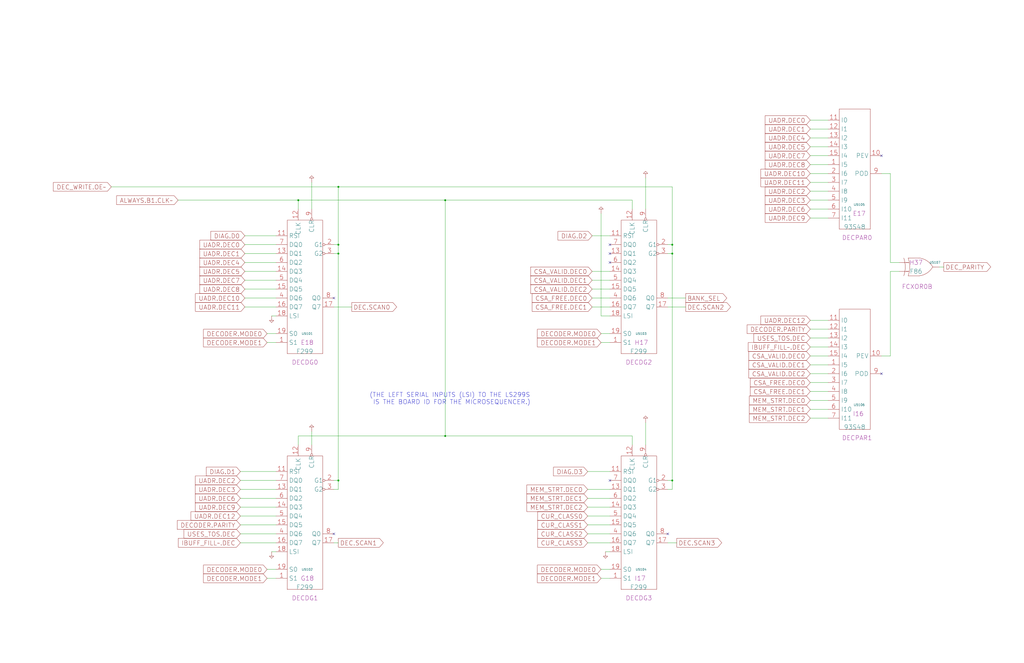
<source format=kicad_sch>
(kicad_sch (version 20250114) (generator "eeschema") (generator_version "9.0")
  (paper "User" 584.2 378.46)
  (title_block (title "DIAGNOSTIC DECODER INPUT") (date "22-MAY-90") (rev "1.0") (comment 1 "SEQUENCER") (comment 2 "232-003064") (comment 3 "S400") (comment 4 "RELEASED"))
  (lib_symbols
    (symbol "r1000:93S48" (pin_names (offset 1.016))
      (property "Reference" "U" (at 2.54 5.08 0))
      (property "Value" "93S48" (at -6.35 -7.62 0))
      (property "Location" "___" (at -1.27 0 0))
      (property "Name" "______" (at 1.27 -15.24 0))
      (symbol "93S48_1_1"
        (rectangle (start -8.89 59.69) (end 8.89 -8.89))
        (pin input line (at -15.24 53.34 0) (length 6.35) (name "I0") (number "11"))
        (pin input line (at -15.24 48.26 0) (length 6.35) (name "I1") (number "12"))
        (pin input line (at -15.24 43.18 0) (length 6.35) (name "I2") (number "13"))
        (pin input line (at -15.24 38.1 0) (length 6.35) (name "I3") (number "14"))
        (pin input line (at -15.24 33.02 0) (length 6.35) (name "I4") (number "15"))
        (pin input line (at -15.24 27.94 0) (length 6.35) (name "I5") (number "1"))
        (pin input line (at -15.24 22.86 0) (length 6.35) (name "I6") (number "2"))
        (pin input line (at -15.24 17.78 0) (length 6.35) (name "I7") (number "3"))
        (pin input line (at -15.24 12.7 0) (length 6.35) (name "I8") (number "4"))
        (pin input line (at -15.24 7.62 0) (length 6.35) (name "I9") (number "5"))
        (pin input line (at -15.24 2.54 0) (length 6.35) (name "I10") (number "6"))
        (pin input line (at -15.24 -2.54 0) (length 6.35) (name "I11") (number "7"))
        (pin output line (at 15.24 33.02 180) (length 6.35) (name "PEV") (number "10"))
        (pin output line (at 15.24 22.86 180) (length 6.35) (name "POD") (number "9"))
      )
    )
    (symbol "r1000:F299" (pin_names (offset 1.016))
      (property "Reference" "U" (at 2.54 5.08 0))
      (property "Value" "F299" (at -3.81 -5.08 0))
      (property "Location" "___" (at -1.27 0 0))
      (property "Name" "______" (at 1.27 -12.7 0))
      (symbol "F299_1_1"
        (rectangle (start -8.89 69.85) (end 11.43 -6.35))
        (circle (center 5.08 70.485) (radius 0.635))
        (circle (center 12.065 55.88) (radius 0.635))
        (circle (center 12.065 50.8) (radius 0.635))
        (pin input line (at -15.24 60.96 0) (length 6.35) (name "RSI") (number "11"))
        (pin bidirectional line (at -15.24 55.88 0) (length 6.35) (name "DQ0") (number "7"))
        (pin bidirectional line (at -15.24 50.8 0) (length 6.35) (name "DQ1") (number "13"))
        (pin bidirectional line (at -15.24 45.72 0) (length 6.35) (name "DQ2") (number "6"))
        (pin bidirectional line (at -15.24 40.64 0) (length 6.35) (name "DQ3") (number "14"))
        (pin bidirectional line (at -15.24 35.56 0) (length 6.35) (name "DQ4") (number "5"))
        (pin bidirectional line (at -15.24 30.48 0) (length 6.35) (name "DQ5") (number "15"))
        (pin bidirectional line (at -15.24 25.4 0) (length 6.35) (name "DQ6") (number "4"))
        (pin bidirectional line (at -15.24 20.32 0) (length 6.35) (name "DQ7") (number "16"))
        (pin input line (at -15.24 15.24 0) (length 6.35) (name "LSI") (number "18"))
        (pin input line (at -15.24 5.08 0) (length 6.35) (name "S0") (number "19"))
        (pin input line (at -15.24 0 0) (length 6.35) (name "S1") (number "1"))
        (pin input line (at -2.54 76.2 270) (length 6.35) (name "CLK") (number "12"))
        (pin input line (at 5.08 76.2 270) (length 5.08) (name "CLR") (number "9"))
        (pin input line (at 17.78 55.88 180) (length 5.08) (name "G1") (number "2"))
        (pin input line (at 17.78 50.8 180) (length 5.08) (name "G2") (number "3"))
        (pin output line (at 17.78 25.4 180) (length 6.35) (name "Q0") (number "8"))
        (pin output line (at 17.78 20.32 180) (length 6.35) (name "Q7") (number "17"))
      )
    )
    (symbol "r1000:F86" (pin_numbers (hide yes)) (pin_names (hide yes))
      (property "Reference" "U" (at 12.7 2.54 0))
      (property "Value" "F86" (at 1.905 -2.54 0))
      (property "Location" "___" (at 1.905 2.54 0))
      (property "Name" "______" (at 2.54 -12.7 0))
      (symbol "F86_0_0"
        (arc (start -5.0873 5.08) (mid -4.2626 0) (end -5.0873 -5.08) (stroke (width 0.1524)))
        (arc (start -2.5473 5.08) (mid -1.7226 0) (end -2.5473 -5.08) (stroke (width 0.1524)))
        (polyline (pts (xy -2.54 5.08) (xy 3.81 5.08)) (stroke (width 0.1524)))
        (polyline (pts (xy -2.54 -5.08) (xy 3.81 -5.08)) (stroke (width 0.1524)))
        (arc (start 11.43 0) (mid 8.2204 -3.4407) (end 3.81 -5.08) (stroke (width 0.1524)))
        (arc (start 3.81 5.08) (mid 8.2217 3.4425) (end 11.43 0) (stroke (width 0.1524)))
      )
      (symbol "F86_0_1"
        (polyline (pts (xy -3.81 2.54) (xy -1.905 2.54)) (stroke (width 0.1524)))
        (polyline (pts (xy -3.81 -2.54) (xy -1.905 -2.54)) (stroke (width 0.1524)))
        (polyline (pts (xy 12.7 0) (xy 11.43 0)) (stroke (width 0.1524)))
      )
      (symbol "F86_1_1"
        (pin input line (at -7.62 2.54 0) (length 5.08) (name "D0") (number "1"))
        (pin input line (at -7.62 -2.54 0) (length 5.08) (name "D1") (number "2"))
        (pin output line (at 15.24 0 180) (length 2.54) (name "Q") (number "3"))
      )
    )
    (symbol "r1000:PD" (power) (pin_numbers (hide yes)) (pin_names (hide yes)) (in_bom no)
      (symbol "PD_0_1"
        (polyline (pts (xy 0 -2.54) (xy 1.27 -2.54) (xy 0 -3.81) (xy -1.27 -2.54) (xy 0 -2.54)) (stroke (width 0.1524)))
      )
      (symbol "PD_1_1"
        (pin power_in line (at 0 0 270) (length 2.54) (name "PD") (number "1"))
      )
    )
    (symbol "r1000:PU" (power) (pin_numbers (hide yes)) (pin_names (hide yes))
      (symbol "PU_0_1"
        (polyline (pts (xy 0 2.54) (xy -1.27 2.54) (xy 0 3.81) (xy 1.27 2.54) (xy 0 2.54)) (stroke (width 0.1524)))
      )
      (symbol "PU_1_1"
        (pin power_in line (at 0 0 90) (length 2.54) (name "PU") (number "1"))
      )
    )
  )
  (text "(THE LEFT SERIAL INPUTS (LSI) TO THE LS299S\n IS THE BOARD ID FOR THE MICROSEQUENCER.)" (at 210.82 231.14 0) (effects (font (size 2.54 2.54)) (justify left bottom)))
  (junction (at 383.54 139.7))
  (junction (at 170.18 114.3))
  (junction (at 193.04 106.68))
  (junction (at 193.04 274.32))
  (junction (at 193.04 139.7))
  (junction (at 254 114.3))
  (junction (at 254 248.92))
  (junction (at 193.04 144.78))
  (junction (at 383.54 274.32))
  (junction (at 383.54 144.78))
  (no_connect (at 347.98 144.78))
  (no_connect (at 381 304.8))
  (no_connect (at 502.92 88.9))
  (no_connect (at 190.5 170.18))
  (no_connect (at 347.98 149.86))
  (no_connect (at 347.98 274.32))
  (no_connect (at 347.98 139.7))
  (no_connect (at 190.5 304.8))
  (no_connect (at 502.92 213.36))
  (wire (pts (xy 154.94 314.96) (xy 157.48 314.96)))
  (wire (pts (xy 462.28 114.3) (xy 472.44 114.3)))
  (wire (pts (xy 139.7 165.1) (xy 157.48 165.1)))
  (wire (pts (xy 462.28 124.46) (xy 472.44 124.46)))
  (wire (pts (xy 381 309.88) (xy 386.08 309.88)))
  (wire (pts (xy 342.9 121.92) (xy 342.9 180.34)))
  (wire (pts (xy 193.04 279.4) (xy 190.5 279.4)))
  (wire (pts (xy 335.28 269.24) (xy 347.98 269.24)))
  (wire (pts (xy 342.9 330.2) (xy 347.98 330.2)))
  (wire (pts (xy 508 203.2) (xy 508 154.94)))
  (wire (pts (xy 462.28 88.9) (xy 472.44 88.9)))
  (wire (pts (xy 154.94 180.34) (xy 157.48 180.34)))
  (wire (pts (xy 502.92 99.06) (xy 508 99.06)))
  (wire (pts (xy 383.54 139.7) (xy 383.54 106.68)))
  (wire (pts (xy 139.7 144.78) (xy 157.48 144.78)))
  (wire (pts (xy 193.04 106.68) (xy 193.04 139.7)))
  (wire (pts (xy 462.28 104.14) (xy 472.44 104.14)))
  (wire (pts (xy 139.7 154.94) (xy 157.48 154.94)))
  (wire (pts (xy 383.54 144.78) (xy 383.54 139.7)))
  (wire (pts (xy 337.82 134.62) (xy 347.98 134.62)))
  (wire (pts (xy 137.16 269.24) (xy 157.48 269.24)))
  (wire (pts (xy 462.28 78.74) (xy 472.44 78.74)))
  (wire (pts (xy 462.28 83.82) (xy 472.44 83.82)))
  (wire (pts (xy 508 154.94) (xy 513.08 154.94)))
  (wire (pts (xy 254 114.3) (xy 254 248.92)))
  (wire (pts (xy 190.5 144.78) (xy 193.04 144.78)))
  (wire (pts (xy 193.04 144.78) (xy 193.04 274.32)))
  (wire (pts (xy 462.28 228.6) (xy 472.44 228.6)))
  (wire (pts (xy 335.28 279.4) (xy 347.98 279.4)))
  (wire (pts (xy 170.18 114.3) (xy 254 114.3)))
  (wire (pts (xy 335.28 294.64) (xy 347.98 294.64)))
  (wire (pts (xy 337.82 154.94) (xy 347.98 154.94)))
  (wire (pts (xy 337.82 160.02) (xy 347.98 160.02)))
  (wire (pts (xy 535.94 152.4) (xy 538.48 152.4)))
  (wire (pts (xy 170.18 254) (xy 170.18 248.92)))
  (wire (pts (xy 342.9 195.58) (xy 347.98 195.58)))
  (wire (pts (xy 139.7 170.18) (xy 157.48 170.18)))
  (wire (pts (xy 347.98 180.34) (xy 342.9 180.34)))
  (wire (pts (xy 462.28 187.96) (xy 472.44 187.96)))
  (wire (pts (xy 342.9 325.12) (xy 347.98 325.12)))
  (wire (pts (xy 137.16 309.88) (xy 157.48 309.88)))
  (wire (pts (xy 335.28 284.48) (xy 347.98 284.48)))
  (wire (pts (xy 152.4 325.12) (xy 157.48 325.12)))
  (wire (pts (xy 335.28 309.88) (xy 347.98 309.88)))
  (wire (pts (xy 508 149.86) (xy 513.08 149.86)))
  (wire (pts (xy 462.28 213.36) (xy 472.44 213.36)))
  (wire (pts (xy 381 175.26) (xy 391.16 175.26)))
  (wire (pts (xy 101.6 114.3) (xy 170.18 114.3)))
  (wire (pts (xy 139.7 134.62) (xy 157.48 134.62)))
  (wire (pts (xy 342.9 190.5) (xy 347.98 190.5)))
  (wire (pts (xy 462.28 73.66) (xy 472.44 73.66)))
  (wire (pts (xy 190.5 274.32) (xy 193.04 274.32)))
  (wire (pts (xy 193.04 106.68) (xy 383.54 106.68)))
  (wire (pts (xy 381 144.78) (xy 383.54 144.78)))
  (wire (pts (xy 137.16 299.72) (xy 157.48 299.72)))
  (wire (pts (xy 254 114.3) (xy 360.68 114.3)))
  (wire (pts (xy 137.16 294.64) (xy 157.48 294.64)))
  (wire (pts (xy 462.28 198.12) (xy 472.44 198.12)))
  (wire (pts (xy 508 99.06) (xy 508 149.86)))
  (wire (pts (xy 137.16 274.32) (xy 157.48 274.32)))
  (wire (pts (xy 177.8 246.38) (xy 177.8 254)))
  (wire (pts (xy 502.92 203.2) (xy 508 203.2)))
  (wire (pts (xy 462.28 93.98) (xy 472.44 93.98)))
  (wire (pts (xy 193.04 139.7) (xy 193.04 144.78)))
  (wire (pts (xy 462.28 182.88) (xy 472.44 182.88)))
  (wire (pts (xy 335.28 289.56) (xy 347.98 289.56)))
  (wire (pts (xy 337.82 175.26) (xy 347.98 175.26)))
  (wire (pts (xy 360.68 248.92) (xy 360.68 254)))
  (wire (pts (xy 462.28 218.44) (xy 472.44 218.44)))
  (wire (pts (xy 462.28 208.28) (xy 472.44 208.28)))
  (wire (pts (xy 462.28 68.58) (xy 472.44 68.58)))
  (wire (pts (xy 137.16 279.4) (xy 157.48 279.4)))
  (wire (pts (xy 190.5 175.26) (xy 200.66 175.26)))
  (wire (pts (xy 462.28 238.76) (xy 472.44 238.76)))
  (wire (pts (xy 139.7 160.02) (xy 157.48 160.02)))
  (wire (pts (xy 381 139.7) (xy 383.54 139.7)))
  (wire (pts (xy 193.04 274.32) (xy 193.04 279.4)))
  (wire (pts (xy 462.28 99.06) (xy 472.44 99.06)))
  (wire (pts (xy 462.28 223.52) (xy 472.44 223.52)))
  (wire (pts (xy 139.7 175.26) (xy 157.48 175.26)))
  (wire (pts (xy 137.16 304.8) (xy 157.48 304.8)))
  (wire (pts (xy 137.16 284.48) (xy 157.48 284.48)))
  (wire (pts (xy 337.82 165.1) (xy 347.98 165.1)))
  (wire (pts (xy 368.3 241.3) (xy 368.3 254)))
  (wire (pts (xy 139.7 149.86) (xy 157.48 149.86)))
  (wire (pts (xy 335.28 299.72) (xy 347.98 299.72)))
  (wire (pts (xy 462.28 119.38) (xy 472.44 119.38)))
  (wire (pts (xy 152.4 330.2) (xy 157.48 330.2)))
  (wire (pts (xy 383.54 274.32) (xy 383.54 144.78)))
  (wire (pts (xy 381 170.18) (xy 391.16 170.18)))
  (wire (pts (xy 152.4 190.5) (xy 157.48 190.5)))
  (wire (pts (xy 368.3 101.6) (xy 368.3 119.38)))
  (wire (pts (xy 190.5 139.7) (xy 193.04 139.7)))
  (wire (pts (xy 381 279.4) (xy 383.54 279.4)))
  (wire (pts (xy 337.82 170.18) (xy 347.98 170.18)))
  (wire (pts (xy 137.16 289.56) (xy 157.48 289.56)))
  (wire (pts (xy 462.28 233.68) (xy 472.44 233.68)))
  (wire (pts (xy 345.44 314.96) (xy 347.98 314.96)))
  (wire (pts (xy 462.28 203.2) (xy 472.44 203.2)))
  (wire (pts (xy 190.5 309.88) (xy 193.04 309.88)))
  (wire (pts (xy 462.28 109.22) (xy 472.44 109.22)))
  (wire (pts (xy 381 274.32) (xy 383.54 274.32)))
  (wire (pts (xy 177.8 104.14) (xy 177.8 119.38)))
  (wire (pts (xy 360.68 119.38) (xy 360.68 114.3)))
  (wire (pts (xy 383.54 279.4) (xy 383.54 274.32)))
  (wire (pts (xy 152.4 195.58) (xy 157.48 195.58)))
  (wire (pts (xy 170.18 248.92) (xy 254 248.92)))
  (wire (pts (xy 254 248.92) (xy 360.68 248.92)))
  (wire (pts (xy 335.28 304.8) (xy 347.98 304.8)))
  (wire (pts (xy 462.28 193.04) (xy 472.44 193.04)))
  (wire (pts (xy 63.5 106.68) (xy 193.04 106.68)))
  (wire (pts (xy 170.18 114.3) (xy 170.18 119.38)))
  (wire (pts (xy 139.7 139.7) (xy 157.48 139.7)))
  (global_label "DECODER.MODE0" (shape input) (at 152.4 190.5 180) (effects (font (size 2.54 2.54))) (property "Intersheetrefs" "${INTERSHEET_REFS}" (at 116.1264 190.3413 0) (effects (font (size 1.905 1.905)) (justify right))))
  (global_label "ALWAYS.B1.CLK~" (shape input) (at 101.6 114.3 180) (effects (font (size 2.54 2.54))) (property "Intersheetrefs" "${INTERSHEET_REFS}" (at 66.5359 114.1413 0) (effects (font (size 1.905 1.905)) (justify right))))
  (global_label "UADR.DEC1" (shape input) (at 462.28 73.66 180) (effects (font (size 2.54 2.54))) (property "Intersheetrefs" "${INTERSHEET_REFS}" (at 436.5292 73.5013 0) (effects (font (size 1.905 1.905)) (justify right))))
  (global_label "UADR.DEC12" (shape input) (at 462.28 182.88 180) (effects (font (size 2.54 2.54))) (property "Intersheetrefs" "${INTERSHEET_REFS}" (at 434.1102 182.7213 0) (effects (font (size 1.905 1.905)) (justify right))))
  (global_label "DEC.SCAN0" (shape output) (at 200.66 175.26 0) (effects (font (size 2.54 2.54))) (property "Intersheetrefs" "${INTERSHEET_REFS}" (at 226.2898 175.1013 0) (effects (font (size 1.905 1.905)) (justify left))))
  (global_label "UADR.DEC5" (shape input) (at 462.28 83.82 180) (effects (font (size 2.54 2.54))) (property "Intersheetrefs" "${INTERSHEET_REFS}" (at 436.5292 83.6613 0) (effects (font (size 1.905 1.905)) (justify right))))
  (global_label "DEC_PARITY" (shape output) (at 538.48 152.4 0) (effects (font (size 2.54 2.54))) (property "Intersheetrefs" "${INTERSHEET_REFS}" (at 565.1984 152.2413 0) (effects (font (size 1.905 1.905)) (justify left))))
  (global_label "UADR.DEC3" (shape input) (at 137.16 279.4 180) (effects (font (size 2.54 2.54))) (property "Intersheetrefs" "${INTERSHEET_REFS}" (at 111.4092 279.2413 0) (effects (font (size 1.905 1.905)) (justify right))))
  (global_label "CUR_CLASS1" (shape input) (at 335.28 299.72 180) (effects (font (size 2.54 2.54))) (property "Intersheetrefs" "${INTERSHEET_REFS}" (at 306.7473 299.5613 0) (effects (font (size 1.905 1.905)) (justify right))))
  (global_label "UADR.DEC10" (shape input) (at 139.7 170.18 180) (effects (font (size 2.54 2.54))) (property "Intersheetrefs" "${INTERSHEET_REFS}" (at 113.9492 170.0213 0) (effects (font (size 1.905 1.905)) (justify right))))
  (global_label "DEC.SCAN1" (shape output) (at 193.04 309.88 0) (effects (font (size 2.54 2.54))) (property "Intersheetrefs" "${INTERSHEET_REFS}" (at 218.6698 309.7213 0) (effects (font (size 1.905 1.905)) (justify left))))
  (global_label "CSA_VALID.DEC0" (shape input) (at 337.82 154.94 180) (effects (font (size 2.54 2.54))) (property "Intersheetrefs" "${INTERSHEET_REFS}" (at 302.7559 154.7813 0) (effects (font (size 1.905 1.905)) (justify right))))
  (global_label "DEC_WRITE.OE~" (shape input) (at 63.5 106.68 180) (effects (font (size 2.54 2.54))) (property "Intersheetrefs" "${INTERSHEET_REFS}" (at 30.4921 106.5213 0) (effects (font (size 1.905 1.905)) (justify right))))
  (global_label "USES_TOS.DEC" (shape input) (at 137.16 304.8 180) (effects (font (size 2.54 2.54))) (property "Intersheetrefs" "${INTERSHEET_REFS}" (at 104.9988 304.6413 0) (effects (font (size 1.905 1.905)) (justify right))))
  (global_label "DECODER.PARITY" (shape input) (at 137.16 299.72 180) (effects (font (size 2.54 2.54))) (property "Intersheetrefs" "${INTERSHEET_REFS}" (at 101.1283 299.5613 0) (effects (font (size 1.905 1.905)) (justify right))))
  (global_label "CSA_FREE.DEC0" (shape input) (at 337.82 170.18 180) (effects (font (size 2.54 2.54))) (property "Intersheetrefs" "${INTERSHEET_REFS}" (at 303.6026 170.0213 0) (effects (font (size 1.905 1.905)) (justify right))))
  (global_label "CUR_CLASS0" (shape input) (at 335.28 294.64 180) (effects (font (size 2.54 2.54))) (property "Intersheetrefs" "${INTERSHEET_REFS}" (at 306.7473 294.4813 0) (effects (font (size 1.905 1.905)) (justify right))))
  (global_label "DECODER.MODE1" (shape input) (at 152.4 195.58 180) (effects (font (size 2.54 2.54))) (property "Intersheetrefs" "${INTERSHEET_REFS}" (at 116.1264 195.4213 0) (effects (font (size 1.905 1.905)) (justify right))))
  (global_label "DECODER.MODE0" (shape input) (at 342.9 190.5 180) (effects (font (size 2.54 2.54))) (property "Intersheetrefs" "${INTERSHEET_REFS}" (at 306.6264 190.3413 0) (effects (font (size 1.905 1.905)) (justify right))))
  (global_label "UADR.DEC4" (shape input) (at 139.7 149.86 180) (effects (font (size 2.54 2.54))) (property "Intersheetrefs" "${INTERSHEET_REFS}" (at 113.9492 149.7013 0) (effects (font (size 1.905 1.905)) (justify right))))
  (global_label "UADR.DEC0" (shape input) (at 462.28 68.58 180) (effects (font (size 2.54 2.54))) (property "Intersheetrefs" "${INTERSHEET_REFS}" (at 436.5292 68.4213 0) (effects (font (size 1.905 1.905)) (justify right))))
  (global_label "UADR.DEC1" (shape input) (at 139.7 144.78 180) (effects (font (size 2.54 2.54))) (property "Intersheetrefs" "${INTERSHEET_REFS}" (at 113.9492 144.6213 0) (effects (font (size 1.905 1.905)) (justify right))))
  (global_label "UADR.DEC2" (shape input) (at 137.16 274.32 180) (effects (font (size 2.54 2.54))) (property "Intersheetrefs" "${INTERSHEET_REFS}" (at 111.4092 274.1613 0) (effects (font (size 1.905 1.905)) (justify right))))
  (global_label "UADR.DEC8" (shape input) (at 139.7 165.1 180) (effects (font (size 2.54 2.54))) (property "Intersheetrefs" "${INTERSHEET_REFS}" (at 113.9492 164.9413 0) (effects (font (size 1.905 1.905)) (justify right))))
  (global_label "UADR.DEC5" (shape input) (at 139.7 154.94 180) (effects (font (size 2.54 2.54))) (property "Intersheetrefs" "${INTERSHEET_REFS}" (at 113.9492 154.7813 0) (effects (font (size 1.905 1.905)) (justify right))))
  (global_label "DIAG.D1" (shape input) (at 137.16 269.24 180) (effects (font (size 2.54 2.54))) (property "Intersheetrefs" "${INTERSHEET_REFS}" (at 117.6988 269.0813 0) (effects (font (size 1.905 1.905)) (justify right))))
  (global_label "UADR.DEC12" (shape input) (at 137.16 294.64 180) (effects (font (size 2.54 2.54))) (property "Intersheetrefs" "${INTERSHEET_REFS}" (at 108.9902 294.4813 0) (effects (font (size 1.905 1.905)) (justify right))))
  (global_label "CSA_VALID.DEC0" (shape input) (at 462.28 203.2 180) (effects (font (size 2.54 2.54))) (property "Intersheetrefs" "${INTERSHEET_REFS}" (at 427.2159 203.0413 0) (effects (font (size 1.905 1.905)) (justify right))))
  (global_label "CSA_VALID.DEC1" (shape input) (at 462.28 208.28 180) (effects (font (size 2.54 2.54))) (property "Intersheetrefs" "${INTERSHEET_REFS}" (at 427.2159 208.1213 0) (effects (font (size 1.905 1.905)) (justify right))))
  (global_label "MEM_STRT.DEC0" (shape input) (at 335.28 279.4 180) (effects (font (size 2.54 2.54))) (property "Intersheetrefs" "${INTERSHEET_REFS}" (at 300.5788 279.2413 0) (effects (font (size 1.905 1.905)) (justify right))))
  (global_label "CSA_VALID.DEC2" (shape input) (at 462.28 213.36 180) (effects (font (size 2.54 2.54))) (property "Intersheetrefs" "${INTERSHEET_REFS}" (at 427.2159 213.2013 0) (effects (font (size 1.905 1.905)) (justify right))))
  (global_label "BANK_SEL" (shape output) (at 391.16 170.18 0) (effects (font (size 2.54 2.54))) (property "Intersheetrefs" "${INTERSHEET_REFS}" (at 414.6127 170.0213 0) (effects (font (size 1.905 1.905)) (justify left))))
  (global_label "CSA_VALID.DEC2" (shape input) (at 337.82 165.1 180) (effects (font (size 2.54 2.54))) (property "Intersheetrefs" "${INTERSHEET_REFS}" (at 302.7559 164.9413 0) (effects (font (size 1.905 1.905)) (justify right))))
  (global_label "DIAG.D0" (shape input) (at 139.7 134.62 180) (effects (font (size 2.54 2.54))) (property "Intersheetrefs" "${INTERSHEET_REFS}" (at 120.2388 134.4613 0) (effects (font (size 1.905 1.905)) (justify right))))
  (global_label "UADR.DEC3" (shape input) (at 462.28 114.3 180) (effects (font (size 2.54 2.54))) (property "Intersheetrefs" "${INTERSHEET_REFS}" (at 436.5292 114.1413 0) (effects (font (size 1.905 1.905)) (justify right))))
  (global_label "DECODER.MODE0" (shape input) (at 342.9 325.12 180) (effects (font (size 2.54 2.54))) (property "Intersheetrefs" "${INTERSHEET_REFS}" (at 306.6264 324.9613 0) (effects (font (size 1.905 1.905)) (justify right))))
  (global_label "DIAG.D2" (shape input) (at 337.82 134.62 180) (effects (font (size 2.54 2.54))) (property "Intersheetrefs" "${INTERSHEET_REFS}" (at 318.3588 134.4613 0) (effects (font (size 1.905 1.905)) (justify right))))
  (global_label "UADR.DEC6" (shape input) (at 137.16 284.48 180) (effects (font (size 2.54 2.54))) (property "Intersheetrefs" "${INTERSHEET_REFS}" (at 111.4092 284.3213 0) (effects (font (size 1.905 1.905)) (justify right))))
  (global_label "DECODER.PARITY" (shape input) (at 462.28 187.96 180) (effects (font (size 2.54 2.54))) (property "Intersheetrefs" "${INTERSHEET_REFS}" (at 426.2483 187.8013 0) (effects (font (size 1.905 1.905)) (justify right))))
  (global_label "MEM_STRT.DEC1" (shape input) (at 462.28 233.68 180) (effects (font (size 2.54 2.54))) (property "Intersheetrefs" "${INTERSHEET_REFS}" (at 427.5788 233.5213 0) (effects (font (size 1.905 1.905)) (justify right))))
  (global_label "UADR.DEC0" (shape input) (at 139.7 139.7 180) (effects (font (size 2.54 2.54))) (property "Intersheetrefs" "${INTERSHEET_REFS}" (at 113.9492 139.5413 0) (effects (font (size 1.905 1.905)) (justify right))))
  (global_label "DEC.SCAN3" (shape output) (at 386.08 309.88 0) (effects (font (size 2.54 2.54))) (property "Intersheetrefs" "${INTERSHEET_REFS}" (at 411.7098 309.7213 0) (effects (font (size 1.905 1.905)) (justify left))))
  (global_label "UADR.DEC8" (shape input) (at 462.28 93.98 180) (effects (font (size 2.54 2.54))) (property "Intersheetrefs" "${INTERSHEET_REFS}" (at 436.5292 93.8213 0) (effects (font (size 1.905 1.905)) (justify right))))
  (global_label "DECODER.MODE1" (shape input) (at 342.9 195.58 180) (effects (font (size 2.54 2.54))) (property "Intersheetrefs" "${INTERSHEET_REFS}" (at 306.6264 195.4213 0) (effects (font (size 1.905 1.905)) (justify right))))
  (global_label "MEM_STRT.DEC0" (shape input) (at 462.28 228.6 180) (effects (font (size 2.54 2.54))) (property "Intersheetrefs" "${INTERSHEET_REFS}" (at 427.5788 228.4413 0) (effects (font (size 1.905 1.905)) (justify right))))
  (global_label "UADR.DEC2" (shape input) (at 462.28 109.22 180) (effects (font (size 2.54 2.54))) (property "Intersheetrefs" "${INTERSHEET_REFS}" (at 436.5292 109.0613 0) (effects (font (size 1.905 1.905)) (justify right))))
  (global_label "UADR.DEC11" (shape input) (at 462.28 104.14 180) (effects (font (size 2.54 2.54))) (property "Intersheetrefs" "${INTERSHEET_REFS}" (at 436.5292 103.9813 0) (effects (font (size 1.905 1.905)) (justify right))))
  (global_label "USES_TOS.DEC" (shape input) (at 462.28 193.04 180) (effects (font (size 2.54 2.54))) (property "Intersheetrefs" "${INTERSHEET_REFS}" (at 430.1188 192.8813 0) (effects (font (size 1.905 1.905)) (justify right))))
  (global_label "UADR.DEC6" (shape input) (at 462.28 119.38 180) (effects (font (size 2.54 2.54))) (property "Intersheetrefs" "${INTERSHEET_REFS}" (at 436.5292 119.2213 0) (effects (font (size 1.905 1.905)) (justify right))))
  (global_label "UADR.DEC4" (shape input) (at 462.28 78.74 180) (effects (font (size 2.54 2.54))) (property "Intersheetrefs" "${INTERSHEET_REFS}" (at 436.5292 78.5813 0) (effects (font (size 1.905 1.905)) (justify right))))
  (global_label "CSA_VALID.DEC1" (shape input) (at 337.82 160.02 180) (effects (font (size 2.54 2.54))) (property "Intersheetrefs" "${INTERSHEET_REFS}" (at 302.7559 159.8613 0) (effects (font (size 1.905 1.905)) (justify right))))
  (global_label "UADR.DEC7" (shape input) (at 139.7 160.02 180) (effects (font (size 2.54 2.54))) (property "Intersheetrefs" "${INTERSHEET_REFS}" (at 113.9492 159.8613 0) (effects (font (size 1.905 1.905)) (justify right))))
  (global_label "CSA_FREE.DEC1" (shape input) (at 462.28 223.52 180) (effects (font (size 2.54 2.54))) (property "Intersheetrefs" "${INTERSHEET_REFS}" (at 428.0626 223.3613 0) (effects (font (size 1.905 1.905)) (justify right))))
  (global_label "CSA_FREE.DEC0" (shape input) (at 462.28 218.44 180) (effects (font (size 2.54 2.54))) (property "Intersheetrefs" "${INTERSHEET_REFS}" (at 428.0626 218.2813 0) (effects (font (size 1.905 1.905)) (justify right))))
  (global_label "DEC.SCAN2" (shape output) (at 391.16 175.26 0) (effects (font (size 2.54 2.54))) (property "Intersheetrefs" "${INTERSHEET_REFS}" (at 416.7898 175.1013 0) (effects (font (size 1.905 1.905)) (justify left))))
  (global_label "UADR.DEC10" (shape input) (at 462.28 99.06 180) (effects (font (size 2.54 2.54))) (property "Intersheetrefs" "${INTERSHEET_REFS}" (at 436.5292 98.9013 0) (effects (font (size 1.905 1.905)) (justify right))))
  (global_label "MEM_STRT.DEC1" (shape input) (at 335.28 284.48 180) (effects (font (size 2.54 2.54))) (property "Intersheetrefs" "${INTERSHEET_REFS}" (at 300.5788 284.3213 0) (effects (font (size 1.905 1.905)) (justify right))))
  (global_label "IBUFF_FILL~.DEC" (shape input) (at 462.28 198.12 180) (effects (font (size 2.54 2.54))) (property "Intersheetrefs" "${INTERSHEET_REFS}" (at 426.853 197.9613 0) (effects (font (size 1.905 1.905)) (justify right))))
  (global_label "UADR.DEC9" (shape input) (at 137.16 289.56 180) (effects (font (size 2.54 2.54))) (property "Intersheetrefs" "${INTERSHEET_REFS}" (at 111.4092 289.4013 0) (effects (font (size 1.905 1.905)) (justify right))))
  (global_label "UADR.DEC9" (shape input) (at 462.28 124.46 180) (effects (font (size 2.54 2.54))) (property "Intersheetrefs" "${INTERSHEET_REFS}" (at 436.5292 124.3013 0) (effects (font (size 1.905 1.905)) (justify right))))
  (global_label "DECODER.MODE1" (shape input) (at 152.4 330.2 180) (effects (font (size 2.54 2.54))) (property "Intersheetrefs" "${INTERSHEET_REFS}" (at 116.1264 330.0413 0) (effects (font (size 1.905 1.905)) (justify right))))
  (global_label "CSA_FREE.DEC1" (shape input) (at 337.82 175.26 180) (effects (font (size 2.54 2.54))) (property "Intersheetrefs" "${INTERSHEET_REFS}" (at 303.6026 175.1013 0) (effects (font (size 1.905 1.905)) (justify right))))
  (global_label "MEM_STRT.DEC2" (shape input) (at 462.28 238.76 180) (effects (font (size 2.54 2.54))) (property "Intersheetrefs" "${INTERSHEET_REFS}" (at 427.5788 238.6013 0) (effects (font (size 1.905 1.905)) (justify right))))
  (global_label "UADR.DEC7" (shape input) (at 462.28 88.9 180) (effects (font (size 2.54 2.54))) (property "Intersheetrefs" "${INTERSHEET_REFS}" (at 436.5292 88.7413 0) (effects (font (size 1.905 1.905)) (justify right))))
  (global_label "DECODER.MODE0" (shape input) (at 152.4 325.12 180) (effects (font (size 2.54 2.54))) (property "Intersheetrefs" "${INTERSHEET_REFS}" (at 116.1264 324.9613 0) (effects (font (size 1.905 1.905)) (justify right))))
  (global_label "IBUFF_FILL~.DEC" (shape input) (at 137.16 309.88 180) (effects (font (size 2.54 2.54))) (property "Intersheetrefs" "${INTERSHEET_REFS}" (at 101.733 309.7213 0) (effects (font (size 1.905 1.905)) (justify right))))
  (global_label "MEM_STRT.DEC2" (shape input) (at 335.28 289.56 180) (effects (font (size 2.54 2.54))) (property "Intersheetrefs" "${INTERSHEET_REFS}" (at 300.5788 289.4013 0) (effects (font (size 1.905 1.905)) (justify right))))
  (global_label "CUR_CLASS3" (shape input) (at 335.28 309.88 180) (effects (font (size 2.54 2.54))) (property "Intersheetrefs" "${INTERSHEET_REFS}" (at 306.7473 309.7213 0) (effects (font (size 1.905 1.905)) (justify right))))
  (global_label "DECODER.MODE1" (shape input) (at 342.9 330.2 180) (effects (font (size 2.54 2.54))) (property "Intersheetrefs" "${INTERSHEET_REFS}" (at 306.6264 330.0413 0) (effects (font (size 1.905 1.905)) (justify right))))
  (global_label "UADR.DEC11" (shape input) (at 139.7 175.26 180) (effects (font (size 2.54 2.54))) (property "Intersheetrefs" "${INTERSHEET_REFS}" (at 113.9492 175.1013 0) (effects (font (size 1.905 1.905)) (justify right))))
  (global_label "DIAG.D3" (shape input) (at 335.28 269.24 180) (effects (font (size 2.54 2.54))) (property "Intersheetrefs" "${INTERSHEET_REFS}" (at 315.8188 269.0813 0) (effects (font (size 1.905 1.905)) (justify right))))
  (global_label "CUR_CLASS2" (shape input) (at 335.28 304.8 180) (effects (font (size 2.54 2.54))) (property "Intersheetrefs" "${INTERSHEET_REFS}" (at 306.7473 304.6413 0) (effects (font (size 1.905 1.905)) (justify right))))
  (symbol (lib_id "r1000:F86") (at 520.7 152.4 0) (unit 1)
    (property "Reference" "U5107" (at 533.4 149.86 0))
    (property "Value" "F86" (at 522.605 154.94 0) (effects (font (size 2.54 2.54))))
    (property "Location" "H37" (at 522.605 149.86 0) (effects (font (size 2.54 2.54))))
    (property "Name" "FCXOR0B" (at 523.24 165.1 0) (effects (font (size 2.54 2.54)) (justify bottom)))
  )
  (symbol (lib_id "r1000:PD") (at 345.44 314.96 0) (unit 1) (in_bom no)
    (property "Reference" "#PWR05105" (effects (hide yes)))
    (property "Value" "PD" (effects (hide yes)))
  )
  (symbol (lib_id "r1000:PD") (at 154.94 314.96 0) (unit 1) (in_bom no)
    (property "Reference" "#PWR0120" (effects (hide yes)))
    (property "Value" "PD" (effects (hide yes)))
  )
  (symbol (lib_id "r1000:F299") (at 363.22 330.2 0) (unit 1)
    (property "Reference" "U5104" (at 365.76 325.12 0))
    (property "Value" "F299" (at 359.41 335.28 0) (effects (font (size 2.54 2.54)) (justify left)))
    (property "Location" "I17" (at 361.95 330.2 0) (effects (font (size 2.54 2.54)) (justify left)))
    (property "Name" "DECDG3" (at 364.49 342.9 0) (effects (font (size 2.54 2.54)) (justify bottom)))
  )
  (symbol (lib_id "r1000:F299") (at 363.22 195.58 0) (unit 1)
    (property "Reference" "U5103" (at 365.76 190.5 0))
    (property "Value" "F299" (at 359.41 200.66 0) (effects (font (size 2.54 2.54)) (justify left)))
    (property "Location" "H17" (at 361.95 195.58 0) (effects (font (size 2.54 2.54)) (justify left)))
    (property "Name" "DECDG2" (at 364.49 208.28 0) (effects (font (size 2.54 2.54)) (justify bottom)))
  )
  (symbol (lib_id "r1000:93S48") (at 487.68 236.22 0) (unit 1)
    (property "Reference" "U5106" (at 490.22 231.14 0))
    (property "Value" "93S48" (at 481.33 243.84 0) (effects (font (size 2.54 2.54)) (justify left)))
    (property "Location" "I16" (at 486.41 236.22 0) (effects (font (size 2.54 2.54)) (justify left)))
    (property "Name" "DECPAR1" (at 488.95 251.46 0) (effects (font (size 2.54 2.54)) (justify bottom)))
  )
  (symbol (lib_id "r1000:F299") (at 172.72 195.58 0) (unit 1)
    (property "Reference" "U5101" (at 175.26 190.5 0))
    (property "Value" "F299" (at 168.91 200.66 0) (effects (font (size 2.54 2.54)) (justify left)))
    (property "Location" "E18" (at 171.45 195.58 0) (effects (font (size 2.54 2.54)) (justify left)))
    (property "Name" "DECDG0" (at 173.99 208.28 0) (effects (font (size 2.54 2.54)) (justify bottom)))
  )
  (symbol (lib_id "r1000:F299") (at 172.72 330.2 0) (unit 1)
    (property "Reference" "U5102" (at 175.26 325.12 0))
    (property "Value" "F299" (at 168.91 335.28 0) (effects (font (size 2.54 2.54)) (justify left)))
    (property "Location" "G18" (at 171.45 330.2 0) (effects (font (size 2.54 2.54)) (justify left)))
    (property "Name" "DECDG1" (at 173.99 342.9 0) (effects (font (size 2.54 2.54)) (justify bottom)))
  )
  (symbol (lib_id "r1000:PU") (at 177.8 246.38 0) (unit 1)
    (property "Reference" "#PWR05103" (effects (hide yes)))
    (property "Value" "PU" (effects (hide yes)))
  )
  (symbol (lib_id "r1000:PU") (at 177.8 104.14 0) (unit 1)
    (property "Reference" "#PWR05102" (effects (hide yes)))
    (property "Value" "PU" (effects (hide yes)))
  )
  (symbol (lib_id "r1000:PU") (at 368.3 241.3 0) (unit 1)
    (property "Reference" "#PWR05107" (effects (hide yes)))
    (property "Value" "PU" (effects (hide yes)))
  )
  (symbol (lib_id "r1000:PD") (at 154.94 180.34 0) (unit 1) (in_bom no)
    (property "Reference" "#PWR05101" (effects (hide yes)))
    (property "Value" "PD" (effects (hide yes)))
  )
  (symbol (lib_id "r1000:PU") (at 368.3 101.6 0) (unit 1)
    (property "Reference" "#PWR05106" (effects (hide yes)))
    (property "Value" "PU" (effects (hide yes)))
  )
  (symbol (lib_id "r1000:PU") (at 342.9 121.92 0) (unit 1)
    (property "Reference" "#PWR05104" (effects (hide yes)))
    (property "Value" "PU" (effects (hide yes)))
  )
  (symbol (lib_id "r1000:93S48") (at 487.68 121.92 0) (unit 1)
    (property "Reference" "U5105" (at 490.22 116.84 0))
    (property "Value" "93S48" (at 481.33 129.54 0) (effects (font (size 2.54 2.54)) (justify left)))
    (property "Location" "E17" (at 486.41 121.92 0) (effects (font (size 2.54 2.54)) (justify left)))
    (property "Name" "DECPAR0" (at 488.95 137.16 0) (effects (font (size 2.54 2.54)) (justify bottom)))
  )
)
</source>
